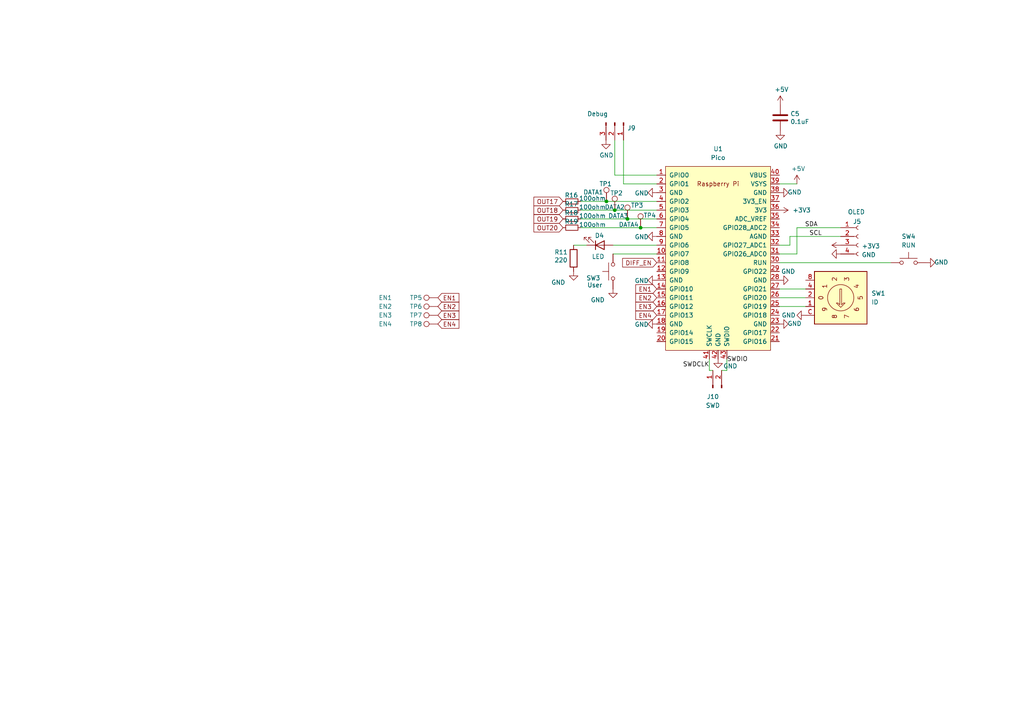
<source format=kicad_sch>
(kicad_sch (version 20211123) (generator eeschema)
  (paper "A4")
  (title_block (title "SM Receiver Out SMD") (date "2022-03-25") (rev "v2"))
  (lib_symbols
    (symbol "Connector:Conn_01x02_Male" (pin_names (offset 1.016) hide)
      (property "Reference" "J" (at 0 2.54 0))
      (property "Value" "Conn_01x02_Male" (at 0 -5.08 0))
      (symbol "Conn_01x02_Male_1_1"
        (polyline (pts (xy 1.27 -2.54) (xy 0.8636 -2.54)) (stroke (width 0.1524)))
        (polyline (pts (xy 1.27 0) (xy 0.8636 0)) (stroke (width 0.1524)))
        (rectangle (start 0.8636 -2.413) (end 0 -2.667) (stroke (width 0.1524)) (fill (type outline)))
        (rectangle (start 0.8636 0.127) (end 0 -0.127) (stroke (width 0.1524)) (fill (type outline)))
        (pin passive line (at 5.08 0 180) (length 3.81) (name "Pin_1") (number "1"))
        (pin passive line (at 5.08 -2.54 180) (length 3.81) (name "Pin_2") (number "2"))
      )
    )
    (symbol "Connector:Conn_01x03_Male" (pin_names (offset 1.016) hide)
      (property "Reference" "J" (at 0 5.08 0))
      (property "Value" "Conn_01x03_Male" (at 0 -5.08 0))
      (symbol "Conn_01x03_Male_1_1"
        (polyline (pts (xy 1.27 -2.54) (xy 0.8636 -2.54)) (stroke (width 0.1524)))
        (polyline (pts (xy 1.27 0) (xy 0.8636 0)) (stroke (width 0.1524)))
        (polyline (pts (xy 1.27 2.54) (xy 0.8636 2.54)) (stroke (width 0.1524)))
        (rectangle (start 0.8636 -2.413) (end 0 -2.667) (stroke (width 0.1524)) (fill (type outline)))
        (rectangle (start 0.8636 0.127) (end 0 -0.127) (stroke (width 0.1524)) (fill (type outline)))
        (rectangle (start 0.8636 2.667) (end 0 2.413) (stroke (width 0.1524)) (fill (type outline)))
        (pin passive line (at 5.08 2.54 180) (length 3.81) (name "Pin_1") (number "1"))
        (pin passive line (at 5.08 0 180) (length 3.81) (name "Pin_2") (number "2"))
        (pin passive line (at 5.08 -2.54 180) (length 3.81) (name "Pin_3") (number "3"))
      )
    )
    (symbol "Connector:Conn_01x04_Female" (pin_names (offset 1.016) hide)
      (property "Reference" "J" (at 0 5.08 0))
      (property "Value" "Conn_01x04_Female" (at 0 -7.62 0))
      (symbol "Conn_01x04_Female_1_1"
        (arc (start 0 -4.572) (mid -0.508 -5.08) (end 0 -5.588) (stroke (width 0.1524)))
        (arc (start 0 -2.032) (mid -0.508 -2.54) (end 0 -3.048) (stroke (width 0.1524)))
        (polyline (pts (xy -1.27 -5.08) (xy -0.508 -5.08)) (stroke (width 0.1524)))
        (polyline (pts (xy -1.27 -2.54) (xy -0.508 -2.54)) (stroke (width 0.1524)))
        (polyline (pts (xy -1.27 0) (xy -0.508 0)) (stroke (width 0.1524)))
        (polyline (pts (xy -1.27 2.54) (xy -0.508 2.54)) (stroke (width 0.1524)))
        (arc (start 0 0.508) (mid -0.508 0) (end 0 -0.508) (stroke (width 0.1524)))
        (arc (start 0 3.048) (mid -0.508 2.54) (end 0 2.032) (stroke (width 0.1524)))
        (pin passive line (at -5.08 2.54 0) (length 3.81) (name "Pin_1") (number "1"))
        (pin passive line (at -5.08 0 0) (length 3.81) (name "Pin_2") (number "2"))
        (pin passive line (at -5.08 -2.54 0) (length 3.81) (name "Pin_3") (number "3"))
        (pin passive line (at -5.08 -5.08 0) (length 3.81) (name "Pin_4") (number "4"))
      )
    )
    (symbol "Connector:TestPoint" (pin_numbers hide) (pin_names (offset 0.762) hide)
      (property "Reference" "TP" (at 0 6.858 0))
      (property "Value" "TestPoint" (at 0 5.08 0))
      (symbol "TestPoint_0_1"
        (circle (center 0 3.302) (radius 0.762))
      )
      (symbol "TestPoint_1_1"
        (pin passive line (at 0 0 90) (length 2.54) (name "1") (number "1"))
      )
    )
    (symbol "Device:C" (pin_numbers hide) (pin_names (offset 0.254))
      (property "Reference" "C" (at 0.635 2.54 0))
      (property "Value" "C" (at 0.635 -2.54 0))
      (symbol "C_0_1"
        (polyline (pts (xy -2.032 -0.762) (xy 2.032 -0.762)) (stroke (width 0.508)))
        (polyline (pts (xy -2.032 0.762) (xy 2.032 0.762)) (stroke (width 0.508)))
      )
      (symbol "C_1_1"
        (pin passive line (at 0 3.81 270) (length 2.794) (name "~") (number "1"))
        (pin passive line (at 0 -3.81 90) (length 2.794) (name "~") (number "2"))
      )
    )
    (symbol "Device:LED" (pin_numbers hide) (pin_names (offset 1.016) hide)
      (property "Reference" "D" (at 0 2.54 0))
      (property "Value" "LED" (at 0 -2.54 0))
      (symbol "LED_0_1"
        (polyline (pts (xy -1.27 -1.27) (xy -1.27 1.27)) (stroke (width 0.254)))
        (polyline (pts (xy -1.27 0) (xy 1.27 0)))
        (polyline (pts (xy 1.27 -1.27) (xy 1.27 1.27) (xy -1.27 0) (xy 1.27 -1.27)) (stroke (width 0.254)))
        (polyline (pts (xy -3.048 -0.762) (xy -4.572 -2.286) (xy -3.81 -2.286) (xy -4.572 -2.286) (xy -4.572 -1.524)))
        (polyline (pts (xy -1.778 -0.762) (xy -3.302 -2.286) (xy -2.54 -2.286) (xy -3.302 -2.286) (xy -3.302 -1.524)))
      )
      (symbol "LED_1_1"
        (pin passive line (at -3.81 0 0) (length 2.54) (name "K") (number "1"))
        (pin passive line (at 3.81 0 180) (length 2.54) (name "A") (number "2"))
      )
    )
    (symbol "Device:R" (pin_numbers hide) (pin_names (offset 0))
      (property "Reference" "R" (at 2.032 0 90))
      (property "Value" "R" (at 0 0 90))
      (symbol "R_0_1"
        (rectangle (start -1.016 -2.54) (end 1.016 2.54) (stroke (width 0.254)))
      )
      (symbol "R_1_1"
        (pin passive line (at 0 3.81 270) (length 1.27) (name "~") (number "1"))
        (pin passive line (at 0 -3.81 90) (length 1.27) (name "~") (number "2"))
      )
    )
    (symbol "Device:R_Small" (pin_numbers hide) (pin_names (offset 0.254) hide)
      (property "Reference" "R" (at 0.762 0.508 0))
      (property "Value" "R_Small" (at 0.762 -1.016 0))
      (symbol "R_Small_0_1"
        (rectangle (start -0.762 1.778) (end 0.762 -1.778) (stroke (width 0.2032)))
      )
      (symbol "R_Small_1_1"
        (pin passive line (at 0 2.54 270) (length 0.762) (name "~") (number "1"))
        (pin passive line (at 0 -2.54 90) (length 0.762) (name "~") (number "2"))
      )
    )
    (symbol "MCU_RaspberryPi_and_Boards:Pico" (pin_names (offset 1.016))
      (property "Reference" "U" (at -13.97 27.94 0))
      (property "Value" "Pico" (at 0 19.05 0))
      (symbol "Pico_0_0"
        (text "Raspberry Pi" (at 0 21.59 0) (effects (font (size 1.27 1.27))))
      )
      (symbol "Pico_0_1"
        (rectangle (start -15.24 26.67) (end 15.24 -26.67) (fill (type background)))
      )
      (symbol "Pico_1_1"
        (pin bidirectional line (at -17.78 24.13 0) (length 2.54) (name "GPIO0") (number "1"))
        (pin bidirectional line (at -17.78 1.27 0) (length 2.54) (name "GPIO7") (number "10"))
        (pin bidirectional line (at -17.78 -1.27 0) (length 2.54) (name "GPIO8") (number "11"))
        (pin bidirectional line (at -17.78 -3.81 0) (length 2.54) (name "GPIO9") (number "12"))
        (pin power_in line (at -17.78 -6.35 0) (length 2.54) (name "GND") (number "13"))
        (pin bidirectional line (at -17.78 -8.89 0) (length 2.54) (name "GPIO10") (number "14"))
        (pin bidirectional line (at -17.78 -11.43 0) (length 2.54) (name "GPIO11") (number "15"))
        (pin bidirectional line (at -17.78 -13.97 0) (length 2.54) (name "GPIO12") (number "16"))
        (pin bidirectional line (at -17.78 -16.51 0) (length 2.54) (name "GPIO13") (number "17"))
        (pin power_in line (at -17.78 -19.05 0) (length 2.54) (name "GND") (number "18"))
        (pin bidirectional line (at -17.78 -21.59 0) (length 2.54) (name "GPIO14") (number "19"))
        (pin bidirectional line (at -17.78 21.59 0) (length 2.54) (name "GPIO1") (number "2"))
        (pin bidirectional line (at -17.78 -24.13 0) (length 2.54) (name "GPIO15") (number "20"))
        (pin bidirectional line (at 17.78 -24.13 180) (length 2.54) (name "GPIO16") (number "21"))
        (pin bidirectional line (at 17.78 -21.59 180) (length 2.54) (name "GPIO17") (number "22"))
        (pin power_in line (at 17.78 -19.05 180) (length 2.54) (name "GND") (number "23"))
        (pin bidirectional line (at 17.78 -16.51 180) (length 2.54) (name "GPIO18") (number "24"))
        (pin bidirectional line (at 17.78 -13.97 180) (length 2.54) (name "GPIO19") (number "25"))
        (pin bidirectional line (at 17.78 -11.43 180) (length 2.54) (name "GPIO20") (number "26"))
        (pin bidirectional line (at 17.78 -8.89 180) (length 2.54) (name "GPIO21") (number "27"))
        (pin power_in line (at 17.78 -6.35 180) (length 2.54) (name "GND") (number "28"))
        (pin bidirectional line (at 17.78 -3.81 180) (length 2.54) (name "GPIO22") (number "29"))
        (pin power_in line (at -17.78 19.05 0) (length 2.54) (name "GND") (number "3"))
        (pin input line (at 17.78 -1.27 180) (length 2.54) (name "RUN") (number "30"))
        (pin bidirectional line (at 17.78 1.27 180) (length 2.54) (name "GPIO26_ADC0") (number "31"))
        (pin bidirectional line (at 17.78 3.81 180) (length 2.54) (name "GPIO27_ADC1") (number "32"))
        (pin power_in line (at 17.78 6.35 180) (length 2.54) (name "AGND") (number "33"))
        (pin bidirectional line (at 17.78 8.89 180) (length 2.54) (name "GPIO28_ADC2") (number "34"))
        (pin unspecified line (at 17.78 11.43 180) (length 2.54) (name "ADC_VREF") (number "35"))
        (pin unspecified line (at 17.78 13.97 180) (length 2.54) (name "3V3") (number "36"))
        (pin input line (at 17.78 16.51 180) (length 2.54) (name "3V3_EN") (number "37"))
        (pin bidirectional line (at 17.78 19.05 180) (length 2.54) (name "GND") (number "38"))
        (pin unspecified line (at 17.78 21.59 180) (length 2.54) (name "VSYS") (number "39"))
        (pin bidirectional line (at -17.78 16.51 0) (length 2.54) (name "GPIO2") (number "4"))
        (pin unspecified line (at 17.78 24.13 180) (length 2.54) (name "VBUS") (number "40"))
        (pin input line (at -2.54 -29.21 90) (length 2.54) (name "SWCLK") (number "41"))
        (pin power_in line (at 0 -29.21 90) (length 2.54) (name "GND") (number "42"))
        (pin bidirectional line (at 2.54 -29.21 90) (length 2.54) (name "SWDIO") (number "43"))
        (pin bidirectional line (at -17.78 13.97 0) (length 2.54) (name "GPIO3") (number "5"))
        (pin bidirectional line (at -17.78 11.43 0) (length 2.54) (name "GPIO4") (number "6"))
        (pin bidirectional line (at -17.78 8.89 0) (length 2.54) (name "GPIO5") (number "7"))
        (pin power_in line (at -17.78 6.35 0) (length 2.54) (name "GND") (number "8"))
        (pin bidirectional line (at -17.78 3.81 0) (length 2.54) (name "GPIO6") (number "9"))
      )
    )
    (symbol "Switch:SW_Coded_SH-7010" (pin_names hide)
      (property "Reference" "SW" (at -7.62 8.89 0))
      (property "Value" "SW_Coded_SH-7010" (at -7.62 -8.89 0))
      (symbol "SW_Coded_SH-7010_0_0"
        (text "0" (at 5.715 0 2700) (effects (font (size 1.27 1.27))))
        (text "1" (at 4.6228 -3.3528 2340) (effects (font (size 1.27 1.27))))
        (text "2" (at 1.778 -5.4356 1980) (effects (font (size 1.27 1.27))))
        (text "3" (at -1.778 -5.4356 1620) (effects (font (size 1.27 1.27))))
        (text "4" (at -4.6228 -3.3528 1260) (effects (font (size 1.27 1.27))))
        (text "5" (at -5.715 0 900) (effects (font (size 1.27 1.27))))
        (text "6" (at -4.6228 3.3528 540) (effects (font (size 1.27 1.27))))
        (text "7" (at -1.778 5.4356 180) (effects (font (size 1.27 1.27))))
        (text "8" (at 1.778 5.4356 3420) (effects (font (size 1.27 1.27))))
        (text "9" (at 4.6228 3.3528 3060) (effects (font (size 1.27 1.27))))
      )
      (symbol "SW_Coded_SH-7010_0_1"
        (polyline (pts (xy -0.254 -2.54) (xy -0.254 2.032) (xy -0.762 1.524) (xy -1.27 1.524) (xy 0 2.794) (xy 1.27 1.524) (xy 0.762 1.524) (xy 0.254 2.032) (xy 0.254 -2.54) (xy -0.254 -2.54) (xy -0.254 -2.54)))
        (circle (center 0 0) (radius 3.81))
        (rectangle (start 7.62 7.62) (end -7.62 -7.62) (stroke (width 0.254)) (fill (type background)))
      )
      (symbol "SW_Coded_SH-7010_1_1"
        (pin passive line (at 10.16 2.54 180) (length 2.54) (name "1") (number "1"))
        (pin passive line (at 10.16 0 180) (length 2.54) (name "2") (number "2"))
        (pin passive line (at 10.16 -2.54 180) (length 2.54) (name "4") (number "4"))
        (pin passive line (at 10.16 -5.08 180) (length 2.54) (name "8") (number "8"))
        (pin passive line (at 10.16 5.08 180) (length 2.54) (name "C") (number "C"))
      )
    )
    (symbol "Switch:SW_Push" (pin_numbers hide) (pin_names (offset 1.016) hide)
      (property "Reference" "SW" (at 1.27 2.54 0))
      (property "Value" "SW_Push" (at 0 -1.524 0))
      (symbol "SW_Push_0_1"
        (circle (center -2.032 0) (radius 0.508))
        (polyline (pts (xy 0 1.27) (xy 0 3.048)))
        (polyline (pts (xy 2.54 1.27) (xy -2.54 1.27)))
        (circle (center 2.032 0) (radius 0.508))
        (pin passive line (at -5.08 0 0) (length 2.54) (name "1") (number "1"))
        (pin passive line (at 5.08 0 180) (length 2.54) (name "2") (number "2"))
      )
    )
    (symbol "power:+3.3V" (power) (pin_names (offset 0))
      (property "Value" "+3.3V" (at 0 3.556 0))
      (symbol "+3.3V_0_1"
        (polyline (pts (xy -0.762 1.27) (xy 0 2.54)))
        (polyline (pts (xy 0 0) (xy 0 2.54)))
        (polyline (pts (xy 0 2.54) (xy 0.762 1.27)))
      )
      (symbol "+3.3V_1_1"
        (pin power_in line (at 0 0 90) (length 0) hide (name "+3V3") (number "1"))
      )
    )
    (symbol "power:+5V" (power) (pin_names (offset 0))
      (property "Value" "+5V" (at 0 3.556 0))
      (symbol "+5V_0_1"
        (polyline (pts (xy -0.762 1.27) (xy 0 2.54)))
        (polyline (pts (xy 0 0) (xy 0 2.54)))
        (polyline (pts (xy 0 2.54) (xy 0.762 1.27)))
      )
      (symbol "+5V_1_1"
        (pin power_in line (at 0 0 90) (length 0) hide (name "+5V") (number "1"))
      )
    )
    (symbol "power:GND" (power) (pin_names (offset 0))
      (property "Value" "GND" (at 0 -3.81 0))
      (symbol "GND_0_1"
        (polyline (pts (xy 0 0) (xy 0 -1.27) (xy 1.27 -1.27) (xy 0 -2.54) (xy -1.27 -1.27) (xy 0 -1.27)))
      )
      (symbol "GND_1_1"
        (pin power_in line (at 0 0 270) (length 0) hide (name "GND") (number "1"))
      )
    )
  )
  (junction (at 178.308 60.96))
  (junction (at 185.801 66.04))
  (junction (at 175.895 58.42))
  (junction (at 181.991 63.5))
  (wire (pts (xy 229.108 68.58) (xy 229.108 71.12)))
  (wire (pts (xy 226.06 88.9) (xy 233.68 88.9)))
  (wire (pts (xy 243.84 66.04) (xy 231.14 66.04)))
  (wire (pts (xy 177.8 71.12) (xy 190.5 71.12)))
  (wire (pts (xy 177.8 73.66) (xy 190.5 73.66)))
  (wire (pts (xy 229.108 68.58) (xy 243.84 68.58)))
  (wire (pts (xy 231.14 73.66) (xy 226.06 73.66)))
  (wire (pts (xy 175.895 58.42) (xy 190.5 58.42)))
  (wire (pts (xy 168.402 58.42) (xy 175.895 58.42)))
  (wire (pts (xy 229.108 71.12) (xy 226.06 71.12)))
  (wire (pts (xy 178.308 60.96) (xy 190.5 60.96)))
  (wire (pts (xy 205.74 104.14) (xy 205.74 107.442)))
  (wire (pts (xy 231.14 66.04) (xy 231.14 73.66)))
  (wire (pts (xy 178.308 50.8) (xy 190.5 50.8)))
  (wire (pts (xy 226.06 86.36) (xy 233.68 86.36)))
  (wire (pts (xy 226.06 83.82) (xy 233.68 83.82)))
  (wire (pts (xy 210.82 107.442) (xy 210.82 104.14)))
  (wire (pts (xy 226.06 76.2) (xy 258.445 76.2)))
  (wire (pts (xy 185.801 66.04) (xy 190.5 66.04)))
  (wire (pts (xy 226.06 53.34) (xy 231.14 53.34)))
  (wire (pts (xy 168.402 63.5) (xy 181.991 63.5)))
  (wire (pts (xy 166.37 71.12) (xy 170.18 71.12)))
  (wire (pts (xy 209.296 107.442) (xy 210.82 107.442)))
  (wire (pts (xy 180.848 40.64) (xy 180.848 53.34)))
  (wire (pts (xy 178.308 40.64) (xy 178.308 50.8)))
  (wire (pts (xy 181.991 63.5) (xy 190.5 63.5)))
  (wire (pts (xy 205.74 107.442) (xy 206.756 107.442)))
  (wire (pts (xy 168.402 66.04) (xy 185.801 66.04)))
  (wire (pts (xy 190.5 53.34) (xy 180.848 53.34)))
  (wire (pts (xy 168.402 60.96) (xy 178.308 60.96)))
  (label "SDA" (at 233.426 66.04 0))
  (label "SWDIO" (at 210.82 105.156 0))
  (label "SWDCLK" (at 205.74 106.68 180))
  (label "SCL" (at 234.696 68.58 0))
  (global_label "EN4" (shape input) (at 190.5 91.44 180) (property "Intersheet References" "${INTERSHEET_REFS}" (effects hide)))
  (global_label "EN1" (shape input) (at 127 86.36 0) (property "Intersheet References" "${INTERSHEET_REFS}" (effects hide)))
  (global_label "EN1" (shape input) (at 190.5 83.82 180) (property "Intersheet References" "${INTERSHEET_REFS}" (effects hide)))
  (global_label "OUT19" (shape input) (at 163.322 63.5 180) (property "Intersheet References" "${INTERSHEET_REFS}" (effects hide)))
  (global_label "EN2" (shape input) (at 127 88.9 0) (property "Intersheet References" "${INTERSHEET_REFS}" (effects hide)))
  (global_label "DIFF_EN" (shape input) (at 190.5 76.2 180) (property "Intersheet References" "${INTERSHEET_REFS}" (effects hide)))
  (global_label "EN3" (shape input) (at 190.5 88.9 180) (property "Intersheet References" "${INTERSHEET_REFS}" (effects hide)))
  (global_label "OUT20" (shape input) (at 163.322 66.04 180) (property "Intersheet References" "${INTERSHEET_REFS}" (effects hide)))
  (global_label "OUT18" (shape input) (at 163.322 60.96 180) (property "Intersheet References" "${INTERSHEET_REFS}" (effects hide)))
  (global_label "EN4" (shape input) (at 127 93.98 0) (property "Intersheet References" "${INTERSHEET_REFS}" (effects hide)))
  (global_label "EN2" (shape input) (at 190.5 86.36 180) (property "Intersheet References" "${INTERSHEET_REFS}" (effects hide)))
  (global_label "OUT17" (shape input) (at 163.322 58.42 180) (property "Intersheet References" "${INTERSHEET_REFS}" (effects hide)))
  (global_label "EN3" (shape input) (at 127 91.44 0) (property "Intersheet References" "${INTERSHEET_REFS}" (effects hide)))
  (symbol (lib_id "Switch:SW_Coded_SH-7010") (at 243.84 86.36 180) (unit 1)
    (property "Reference" "SW1" (at 252.73 85.0899 0) (effects (justify right)))
    (property "Value" "ID" (at 252.73 87.6299 0) (effects (justify right)))
    (property "Footprint" "Button_Switch_THT:Nidec_Copal_SH-7010C" (effects hide))
    (property "Datasheet" "https://www.nidec-copal-electronics.com/e/catalog/switch/sh-7000.pdf" (effects hide))
    (property "Digi-Key_PN" "563-1069-ND" (effects hide))
    (property "LCSC_PN" "C457921" (effects hide))
    (property "MPN" "SD-2010" (effects hide))
  )
  (symbol (lib_id "Connector:TestPoint") (at 185.801 66.04 0) (unit 1)
    (property "Reference" "TP4" (at 188.468 62.484 0))
    (property "Value" "DATA4" (at 182.372 65.151 0))
    (property "Footprint" "TestPoint:TestPoint_Pad_D1.5mm" (effects hide))
  )
  (symbol (lib_id "power:GND") (at 208.28 104.14 0) (unit 1)
    (property "Reference" "#PWR0111" (effects hide))
    (property "Value" "GND" (at 211.836 106.172 0))
  )
  (symbol (lib_id "Device:R_Small") (at 165.862 58.42 270) (unit 1)
    (property "Reference" "R16" (at 165.735 56.642 90))
    (property "Value" "100ohm" (at 171.831 57.531 90))
    (property "Footprint" "Resistor_SMD:R_0603_1608Metric_Pad0.98x0.95mm_HandSolder" (effects hide))
    (property "LCSC_PN" "C22775" (effects hide))
  )
  (symbol (lib_id "power:GND") (at 226.06 55.88 90) (unit 1)
    (property "Reference" "#PWR026" (effects hide))
    (property "Value" "GND" (at 230.4542 55.753 90))
  )
  (symbol (lib_id "power:GND") (at 190.5 93.98 270) (unit 1)
    (property "Reference" "#PWR025" (effects hide))
    (property "Value" "GND" (at 186.1058 94.107 90))
  )
  (symbol (lib_id "Device:R") (at 166.37 74.93 0) (unit 1)
    (property "Reference" "R11" (at 160.782 73.152 0) (effects (justify left)))
    (property "Value" "220" (at 160.782 75.438 0) (effects (justify left)))
    (property "Footprint" "Resistor_SMD:R_0603_1608Metric_Pad0.98x0.95mm_HandSolder" (effects hide))
    (property "Digi-Key_PN" "RMCF0603FT220RTR-ND" (effects hide))
    (property "LCSC_PN" "C22962" (effects hide))
    (property "MPN" "RMCF0603FT220R" (effects hide))
  )
  (symbol (lib_id "MCU_RaspberryPi_and_Boards:Pico") (at 208.28 74.93 0) (unit 1)
    (property "Reference" "U1" (at 208.28 43.18 0))
    (property "Value" "Pico" (at 208.28 45.72 0))
    (property "Footprint" "MCU_RaspberryPi_and_Boards:RPi_Pico_SMD_TH" (effects hide))
    (property "Digi-Key_PN" "SC0915" (effects hide))
    (property "MPN" "2648-SC0915CT-ND" (effects hide))
  )
  (symbol (lib_id "power:+3.3V") (at 226.06 60.96 270) (unit 1)
    (property "Reference" "#PWR027" (effects hide))
    (property "Value" "+3.3V" (at 229.87 60.9599 90) (effects (justify left)))
  )
  (symbol (lib_id "Connector:TestPoint") (at 175.895 58.42 0) (unit 1)
    (property "Reference" "TP1" (at 175.641 53.34 0))
    (property "Value" "DATA1" (at 172.085 55.753 0))
    (property "Footprint" "TestPoint:TestPoint_Pad_D1.5mm" (effects hide))
  )
  (symbol (lib_id "Device:R_Small") (at 165.862 66.04 270) (unit 1)
    (property "Reference" "R19" (at 165.735 64.262 90))
    (property "Value" "100ohm" (at 171.831 65.151 90))
    (property "Footprint" "Resistor_SMD:R_0603_1608Metric_Pad0.98x0.95mm_HandSolder" (effects hide))
    (property "LCSC_PN" "C22775" (effects hide))
  )
  (symbol (lib_id "Connector:TestPoint") (at 178.308 60.96 0) (unit 1)
    (property "Reference" "TP2" (at 178.816 56.007 0))
    (property "Value" "DATA2" (at 178.308 60.071 0))
    (property "Footprint" "TestPoint:TestPoint_Pad_D1.5mm" (effects hide))
  )
  (symbol (lib_id "power:+5V") (at 226.314 30.353 0) (unit 1)
    (property "Reference" "#PWR0105" (effects hide))
    (property "Value" "+5V" (at 226.695 25.9588 0))
  )
  (symbol (lib_id "power:GND") (at 175.768 40.64 0) (unit 1)
    (property "Reference" "#PWR0110" (effects hide))
    (property "Value" "GND" (at 175.895 45.0342 0))
  )
  (symbol (lib_id "power:GND") (at 233.68 91.44 270) (unit 1)
    (property "Reference" "#PWR07" (effects hide))
    (property "Value" "GND" (at 228.727 91.44 90))
  )
  (symbol (lib_id "power:GND") (at 243.84 73.66 270) (unit 1)
    (property "Reference" "#PWR031" (effects hide))
    (property "Value" "GND" (at 251.968 73.914 90))
  )
  (symbol (lib_id "power:GND") (at 226.06 93.98 90) (unit 1)
    (property "Reference" "#PWR029" (effects hide))
    (property "Value" "GND" (at 230.4542 93.853 90))
  )
  (symbol (lib_id "Device:R_Small") (at 165.862 60.96 270) (unit 1)
    (property "Reference" "R17" (at 165.735 59.182 90))
    (property "Value" "100ohm" (at 171.831 60.071 90))
    (property "Footprint" "Resistor_SMD:R_0603_1608Metric_Pad0.98x0.95mm_HandSolder" (effects hide))
    (property "LCSC_PN" "C22775" (effects hide))
  )
  (symbol (lib_id "Connector:TestPoint") (at 127 88.9 90) (unit 1)
    (property "Reference" "TP6" (at 120.65 88.9 90))
    (property "Value" "EN2" (at 111.76 88.9 90))
    (property "Footprint" "TestPoint:TestPoint_Pad_D1.5mm" (effects hide))
  )
  (symbol (lib_id "power:GND") (at 190.5 68.58 270) (unit 1)
    (property "Reference" "#PWR010" (effects hide))
    (property "Value" "GND" (at 186.1058 68.707 90))
  )
  (symbol (lib_id "Connector:TestPoint") (at 127 93.98 90) (unit 1)
    (property "Reference" "TP8" (at 120.65 93.98 90))
    (property "Value" "EN4" (at 111.76 93.98 90))
    (property "Footprint" "TestPoint:TestPoint_Pad_D1.5mm" (effects hide))
  )
  (symbol (lib_id "Switch:SW_Push") (at 177.8 78.74 90) (unit 1)
    (property "Reference" "SW3" (at 170.053 80.645 90) (effects (justify right)))
    (property "Value" "User" (at 170.307 82.677 90) (effects (justify right)))
    (property "Footprint" "Button_Switch_SMD:SW_Push_1P1T_NO_6x6mm_H9.5mm" (effects hide))
    (property "Digi-Key_PN" "CKN9088CT-ND" (effects hide))
    (property "LCSC_PN" "C127509" (effects hide))
    (property "MPN" "PTS645SL50SMTR92 LFS" (effects hide))
  )
  (symbol (lib_id "power:GND") (at 190.5 55.88 270) (unit 1)
    (property "Reference" "#PWR09" (effects hide))
    (property "Value" "GND" (at 186.1058 56.007 90))
  )
  (symbol (lib_id "power:GND") (at 226.06 81.28 90) (unit 1)
    (property "Reference" "#PWR028" (effects hide))
    (property "Value" "GND" (at 228.6 78.74 90))
  )
  (symbol (lib_id "Device:R_Small") (at 165.862 63.5 270) (unit 1)
    (property "Reference" "R18" (at 165.735 61.722 90))
    (property "Value" "100ohm" (at 171.831 62.611 90))
    (property "Footprint" "Resistor_SMD:R_0603_1608Metric_Pad0.98x0.95mm_HandSolder" (effects hide))
    (property "LCSC_PN" "C22775" (effects hide))
  )
  (symbol (lib_id "power:GND") (at 166.37 78.74 0) (unit 1)
    (property "Reference" "#PWR08" (effects hide))
    (property "Value" "GND" (at 161.925 81.915 0))
  )
  (symbol (lib_id "Switch:SW_Push") (at 263.525 76.2 0) (unit 1)
    (property "Reference" "SW4" (at 263.525 68.58 0))
    (property "Value" "RUN" (at 263.525 71.12 0))
    (property "Footprint" "Button_Switch_SMD:SW_Push_1P1T_NO_6x6mm_H9.5mm" (effects hide))
    (property "Digi-Key_PN" "CKN9088CT-ND" (effects hide))
    (property "LCSC_PN" "C127509" (effects hide))
    (property "MPN" "PTS645SL50SMTR92 LFS" (effects hide))
  )
  (symbol (lib_id "Connector:TestPoint") (at 127 91.44 90) (unit 1)
    (property "Reference" "TP7" (at 120.65 91.44 90))
    (property "Value" "EN3" (at 111.76 91.44 90))
    (property "Footprint" "TestPoint:TestPoint_Pad_D1.5mm" (effects hide))
  )
  (symbol (lib_id "Connector:Conn_01x03_Male") (at 178.308 35.56 270) (unit 1)
    (property "Reference" "J9" (at 181.9656 37.1348 90) (effects (justify left)))
    (property "Value" "Debug" (at 170.307 33.02 90) (effects (justify left)))
    (property "Footprint" "Connector_PinHeader_2.54mm:PinHeader_1x03_P2.54mm_Vertical" (effects hide))
    (property "Digi-Key_PN" "732-5316-ND" (effects hide))
    (property "MPN" "61300311121" (effects hide))
    (property "LCSC_PN" "C49257" (effects hide))
  )
  (symbol (lib_id "power:GND") (at 226.314 37.973 0) (unit 1)
    (property "Reference" "#PWR0104" (effects hide))
    (property "Value" "GND" (at 226.441 42.3672 0))
  )
  (symbol (lib_id "Device:LED") (at 173.99 71.12 0) (mirror x) (unit 1)
    (property "Reference" "D4" (at 173.863 68.326 0))
    (property "Value" "LED" (at 173.482 74.422 0))
    (property "Footprint" "LED_SMD:LED_0603_1608Metric_Pad1.05x0.95mm_HandSolder" (effects hide))
    (property "Digi-Key_PN" "732-4984-1-ND" (effects hide))
    (property "LCSC_PN" "C2286" (effects hide))
    (property "MPN" "150080RS75000" (effects hide))
  )
  (symbol (lib_id "power:GND") (at 268.605 76.2 90) (unit 1)
    (property "Reference" "#PWR0109" (effects hide))
    (property "Value" "GND" (at 272.9992 76.073 90))
  )
  (symbol (lib_id "Connector:Conn_01x02_Male") (at 206.756 112.522 90) (unit 1)
    (property "Reference" "J10" (at 206.756 115.062 90))
    (property "Value" "SWD" (at 206.756 117.602 90))
    (property "Footprint" "Scotts:1x02_Horizontal_SMD" (effects hide))
    (property "Digi-Key_PN" "732-5315-ND" (effects hide))
    (property "LCSC_PN" "C492401" (effects hide))
    (property "MPN" "61300211121" (effects hide))
  )
  (symbol (lib_id "Device:C") (at 226.314 34.163 0) (unit 1)
    (property "Reference" "C5" (at 229.235 32.9946 0) (effects (justify left)))
    (property "Value" "0.1uF" (at 229.235 35.306 0) (effects (justify left)))
    (property "Footprint" "Capacitor_SMD:C_0603_1608Metric_Pad1.08x0.95mm_HandSolder" (effects hide))
    (property "Digi-Key_PN" "1276-1935-2-ND" (effects hide))
    (property "MPN" "CL10B104KB8NNWC" (effects hide))
    (property "LCSC_PN" "C14663" (effects hide))
  )
  (symbol (lib_id "Connector:TestPoint") (at 181.991 63.5 0) (unit 1)
    (property "Reference" "TP3" (at 184.785 59.563 0))
    (property "Value" "DATA3" (at 179.324 62.611 0))
    (property "Footprint" "TestPoint:TestPoint_Pad_D1.5mm" (effects hide))
  )
  (symbol (lib_id "power:GND") (at 177.8 83.82 0) (unit 1)
    (property "Reference" "#PWR0108" (effects hide))
    (property "Value" "GND" (at 173.355 86.995 0))
  )
  (symbol (lib_id "Connector:Conn_01x04_Female") (at 248.92 68.58 0) (unit 1)
    (property "Reference" "J5" (at 247.396 64.262 0) (effects (justify left)))
    (property "Value" "OLED" (at 245.872 61.468 0) (effects (justify left)))
    (property "Footprint" "OLED-SSD1306-128X64-I2C:OLED-SSD1306-128X64-I2C-THT" (effects hide))
    (property "Digi-Key_PN" "S7002-ND" (effects hide))
    (property "LCSC_PN" "C225501" (effects hide))
    (property "MPN" "PPTC041LFBN-RC" (effects hide))
  )
  (symbol (lib_id "power:+3.3V") (at 243.84 71.12 90) (unit 1)
    (property "Reference" "#PWR030" (effects hide))
    (property "Value" "+3.3V" (at 249.936 71.374 90) (effects (justify right)))
  )
  (symbol (lib_id "power:GND") (at 190.5 81.28 270) (unit 1)
    (property "Reference" "#PWR017" (effects hide))
    (property "Value" "GND" (at 186.1058 81.407 90))
  )
  (symbol (lib_id "Connector:TestPoint") (at 127 86.36 90) (unit 1)
    (property "Reference" "TP5" (at 120.65 86.36 90))
    (property "Value" "EN1" (at 111.76 86.36 90))
    (property "Footprint" "TestPoint:TestPoint_Pad_D1.5mm" (effects hide))
  )
  (symbol (lib_id "power:+5V") (at 231.14 53.34 0) (unit 1)
    (property "Reference" "#PWR06" (effects hide))
    (property "Value" "+5V" (at 231.521 48.9458 0))
  )
)
</source>
